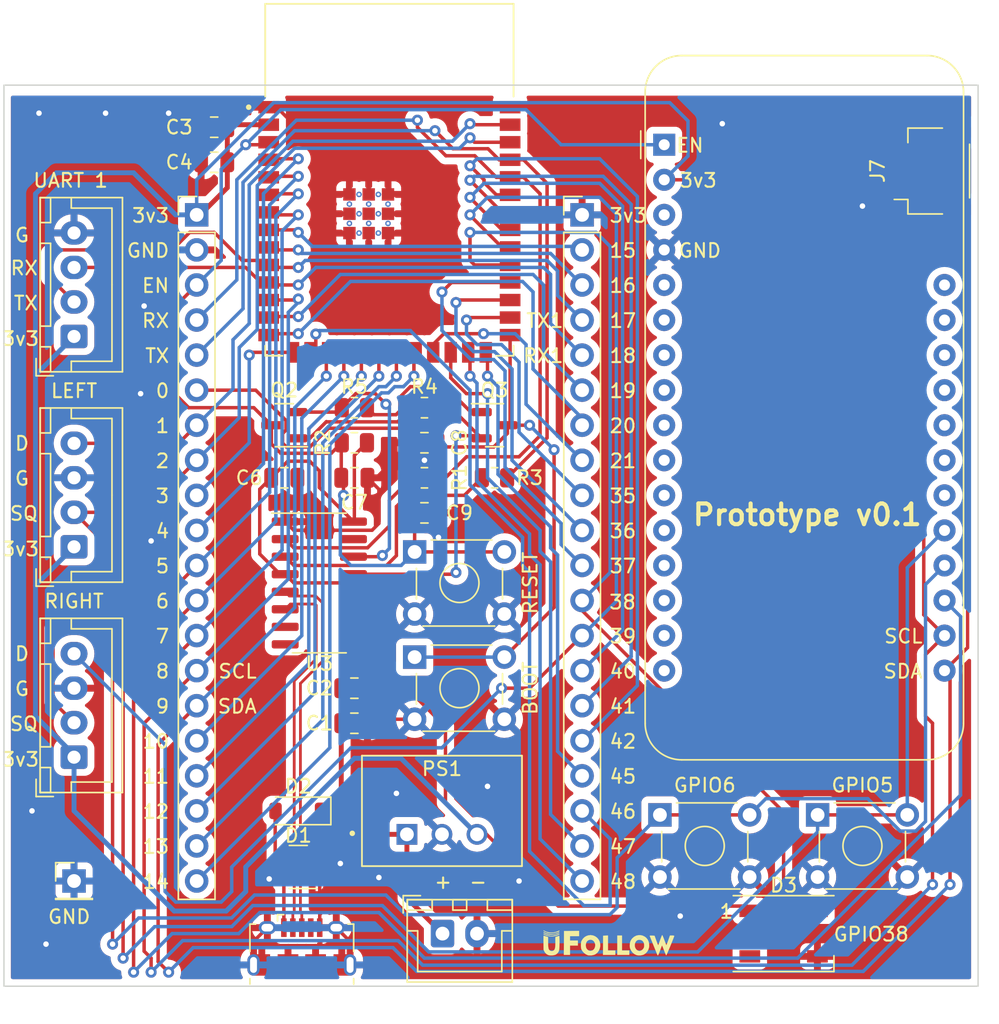
<source format=kicad_pcb>
(kicad_pcb (version 20221018) (generator pcbnew)
  (layers (0 "F.Cu" signal) (31 "B.Cu" signal) (34 "B.Paste" user) (35 "F.Paste" user) (36 "B.SilkS" user "B.Silkscreen") (37 "F.SilkS" user "F.Silkscreen") (38 "B.Mask" user) (39 "F.Mask" user) (44 "Edge.Cuts" user))
  (net 0 "")
  (net 1 "VCC")
  (net 2 "GND")
  (net 3 "+3.3V")
  (net 4 "/EN")
  (net 5 "/GPIO0")
  (net 6 "/usb/D+")
  (net 7 "/usb/D-")
  (net 8 "Net-(D1-VCC)")
  (net 9 "/GPIO2")
  (net 10 "/GPIO1")
  (net 11 "/GPIO39")
  (net 13 "/GPIO15")
  (net 14 "/GPIO16")
  (net 15 "/GPIO17{slash}TX1")
  (net 16 "/GPIO18{slash}RX1")
  (net 17 "/GPIO19")
  (net 18 "/GPIO20")
  (net 19 "/GPIO21")
  (net 20 "/GPIO35")
  (net 21 "/GPIO36")
  (net 22 "/GPIO37")
  (net 23 "/GPIO38")
  (net 24 "/GPIO40")
  (net 25 "/GPIO41")
  (net 26 "/GPIO42")
  (net 27 "/GPIO45")
  (net 28 "/GPIO46")
  (net 29 "/GPIO47")
  (net 30 "/GPIO48")
  (net 31 "/RX")
  (net 32 "/TX")
  (net 33 "/GPIO3")
  (net 34 "/GPIO4")
  (net 35 "/GPIO5")
  (net 36 "/GPIO6")
  (net 37 "/GPIO7")
  (net 38 "/GPIO8")
  (net 39 "/GPIO9")
  (net 40 "/GPIO10")
  (net 41 "/GPIO11")
  (net 42 "/GPIO12")
  (net 43 "/GPIO13")
  (net 44 "/GPIO14")
  (net 45 "Net-(Q2-B)")
  (net 46 "/usb/RTS")
  (net 47 "Net-(Q3-B)")
  (net 48 "/usb/DTR")
  (net 49 "Net-(U3-TXD)")
  (net 50 "Net-(U3-RXD)")
  (footprint "Resistor_SMD:R_0805_2012Metric" (layer "F.Cu") (at 104.14 57.15)
    (fp_text reference "R1")
    (fp_text value "2.4K")
  )
  (footprint "Capacitor_SMD:C_0805_2012Metric" (layer "F.Cu") (at 104.14 54.61 180)
    (fp_text reference "C8")
    (fp_text value ".1uF")
  )
  (footprint "Package_SO:SOIC-16_3.9x9.9mm_P1.27mm" (layer "F.Cu") (at 96.52 64.77)
    (fp_text reference "U3")
    (fp_text value "CH340C")
  )
  (footprint "Connector_JST:JST_XH_B4B-XH-A_1x04_P2.50mm_Vertical" (layer "F.Cu") (at 78.74 46.91 90)
    (fp_text reference "J11" hide)
    (fp_text value "Conn_01x04_Socket")
  )
  (footprint "Resistor_SMD:R_0805_2012Metric" (layer "F.Cu") (at 99.06 52.07)
    (fp_text reference "R5")
    (fp_text value "10K")
  )
  (footprint "Connector_JST:JST_XH_B4B-XH-A_1x04_P2.50mm_Vertical" (layer "F.Cu") (at 78.74 77.39 90)
    (fp_text reference "J2" hide)
    (fp_text value "Conn_01x04_Socket")
  )
  (footprint "Capacitor_SMD:C_0805_2012Metric" (layer "F.Cu") (at 88.9 31.75 180)
    (fp_text reference "C3")
    (fp_text value "10uF")
  )
  (footprint "Capacitor_SMD:C_0805_2012Metric" (layer "F.Cu") (at 99.06 72.39)
    (fp_text reference "C2")
    (fp_text value "22uF")
  )
  (footprint "Capacitor_SMD:C_0805_2012Metric" (layer "F.Cu") (at 99.06 57.15)
    (fp_text reference "C7")
    (fp_text value "1uF")
  )
  (footprint "uFinder:CONV_K7803M-1000R3" (layer "F.Cu") (at 105.41 81.28)
    (fp_text reference "PS1")
    (fp_text value "K7803M-1000R3")
  )
  (footprint "Connector_PinHeader_2.54mm:PinHeader_1x01_P2.54mm_Vertical" (layer "F.Cu") (at 78.74 86.36)
    (fp_text reference "TP1" hide)
    (fp_text value "TestPoint")
  )
  (footprint "Capacitor_SMD:C_0805_2012Metric" (layer "F.Cu") (at 104.14 59.69)
    (fp_text reference "C9")
    (fp_text value ".1uF")
  )
  (footprint "Button_Switch_THT:SW_TH_Tactile_Omron_B3F-10xx" (layer "F.Cu") (at 121.21 81.57)
    (fp_text reference "SW3" hide)
    (fp_text value "SW_Push")
  )
  (footprint "Capacitor_SMD:C_0805_2012Metric" (layer "F.Cu") (at 88.9 34.29 180)
    (fp_text reference "C4")
    (fp_text value ".1uF")
  )
  (footprint "Button_Switch_THT:SW_TH_Tactile_Omron_B3F-10xx" (layer "F.Cu") (at 132.64 81.57)
    (fp_text reference "SW4" hide)
    (fp_text value "SW_Push")
  )
  (footprint "Resistor_SMD:R_0805_2012Metric" (layer "F.Cu") (at 104.14 52.07 180)
    (fp_text reference "R4")
    (fp_text value "10K")
  )
  (footprint "uFinder:Adafruit_Feather" (layer "F.Cu") (at 121.5195 33.02)
    (fp_text reference "U2" hide)
    (fp_text value "~")
  )
  (footprint "Resistor_SMD:R_0805_2012Metric" (layer "F.Cu") (at 109.22 57.15)
    (fp_text reference "R3")
    (fp_text value "2.4K")
  )
  (footprint "Connector_JST:JST_XH_B2B-XH-A_1x02_P2.50mm_Vertical" (layer "F.Cu") (at 105.45 90.17)
    (fp_text reference "J3" hide)
    (fp_text value "Conn_01x02_Socket")
  )
  (footprint "Diode_SMD:D_SOD-123" (layer "F.Cu") (at 94.996 81.28 180)
    (fp_text reference "D2")
    (fp_text value "D")
  )
  (footprint "Connector_JST:JST_XH_B4B-XH-A_1x04_P2.50mm_Vertical" (layer "F.Cu") (at 78.74 62.15 90)
    (fp_text reference "J1" hide)
    (fp_text value "Conn_01x04_Socket")
  )
  (footprint "Connector_JST:JST_SH_SM04B-SRSS-TB_1x04-1MP_P1.00mm_Horizontal" (layer "F.Cu") (at 140.97 34.925 90)
    (fp_text reference "J7")
    (fp_text value "Conn_01x04_Socket")
  )
  (footprint "uFinder:uFollowLogo" (layer "F.Cu") (at 112.693205 89.854732)
    (fp_text reference "Logo1" hide)
    (fp_text value "~" hide)
  )
  (footprint "Package_TO_SOT_SMD:SOT-23" (layer "F.Cu") (at 93.98 53.34 180)
    (fp_text reference "Q2")
    (fp_text value "Q_NPN_BEC")
  )
  (footprint "Resistor_SMD:R_0805_2012Metric" (layer "F.Cu") (at 99.06 54.61)
    (fp_text reference "R2")
    (fp_text value "10K")
  )
  (footprint "Button_Switch_THT:SW_TH_Tactile_Omron_B3F-10xx" (layer "F.Cu") (at 103.43 70.14)
    (fp_text reference "SW2" hide)
    (fp_text value "SW_Push")
  )
  (footprint "uFinder:XCVR_ESP32-S3-WROOM-1-N4R2" (layer "F.Cu") (at 101.6 35.56)
    (fp_text reference "U1" hide)
    (fp_text value "ESP32-S3-WROOM-1-N4R2")
  )
  (footprint "Connector_PinHeader_2.54mm:PinHeader_1x20_P2.54mm_Vertical" (layer "F.Cu") (at 87.63 38.1)
    (fp_text reference "J6" hide)
    (fp_text value "Conn_01x20_Pin")
  )
  (footprint "Connector_PinHeader_2.54mm:PinHeader_1x20_P2.54mm_Vertical" (layer "F.Cu") (at 115.57 38.1)
    (fp_text reference "J5" hide)
    (fp_text value "Conn_01x20_Pin")
  )
  (footprint "Button_Switch_THT:SW_TH_Tactile_Omron_B3F-10xx" (layer "F.Cu") (at 103.43 62.52)
    (fp_text reference "SW1" hide)
    (fp_text value "SW_Push")
  )
  (footprint "Capacitor_SMD:C_0805_2012Metric" (layer "F.Cu") (at 99.06 74.93)
    (fp_text reference "C1")
    (fp_text value "10uF")
  )
  (footprint "Package_TO_SOT_SMD:SOT-143" (layer "F.Cu") (at 94.996 85.344 180)
    (fp_text reference "D1")
    (fp_text value "PRTR5V0U2X")
  )
  (footprint "LED_SMD:LED_WS2812B_PLCC4_5.0x5.0mm_P3.2mm" (layer "F.Cu") (at 130.175 90.17)
    (fp_text reference "D3")
    (fp_text value "WS2812B")
  )
  (footprint "Package_TO_SOT_SMD:SOT-23" (layer "F.Cu") (at 109.22 53.34)
    (fp_text reference "Q3")
    (fp_text value "Q_NPN_BEC")
  )
  (footprint "Connector_USB:USB_Micro-B_Amphenol_10118194_Horizontal" (layer "F.Cu") (at 95.25 91.14)
    (fp_text reference "J4" hide)
    (fp_text value "USB_B_Micro")
  )
  (footprint "Capacitor_SMD:C_0805_2012Metric" (layer "F.Cu") (at 93.98 57.15)
    (fp_text reference "C6")
    (fp_text value ".1uF")
  )
  (gr_rect (start 73.66 28.702) (end 144.272 93.98) (stroke (width 0.1)) (fill none) (layer "Edge.Cuts"))
  (gr_text "RIGHT" (at 78.74 66.675) (layer "F.SilkS") (effects (font (size 1 1)) (justify bottom)))
  (gr_text "3" (at 85.725 59.055) (layer "F.SilkS") (effects (font (size 1 1)) (justify right bottom)))
  (gr_text "19" (at 117.475 51.435) (layer "F.SilkS") (effects (font (size 1 1)) (justify left bottom)))
  (gr_text "4" (at 85.725 61.595) (layer "F.SilkS") (effects (font (size 1 1)) (justify right bottom)))
  (gr_text "1" (at 85.725 53.975) (layer "F.SilkS") (effects (font (size 1 1)) (justify right bottom)))
  (gr_text "35" (at 117.475 59.055) (layer "F.SilkS") (effects (font (size 1 1)) (justify left bottom)))
  (gr_text "SCL" (at 92.075 71.755) (layer "F.SilkS") (effects (font (size 1 1)) (justify right bottom)))
  (gr_text "5" (at 85.725 64.135) (layer "F.SilkS") (effects (font (size 1 1)) (justify right bottom)))
  (gr_text "0" (at 85.725 51.435) (layer "F.SilkS") (effects (font (size 1 1)) (justify right bottom)))
  (gr_text "48" (at 117.475 86.995) (layer "F.SilkS") (effects (font (size 1 1)) (justify left bottom)))
  (gr_text "EN" (at 124.46 33.655) (layer "F.SilkS") (effects (font (size 1 1)) (justify right bottom)))
  (gr_text "+" (at 104.775 86.995) (layer "F.SilkS") (effects (font (size 1 1)) (justify left bottom)))
  (gr_text "TX1" (at 114.3 46.355) (layer "F.SilkS") (effects (font (size 1 1)) (justify right bottom)))
  (gr_text "RX" (at 85.725 46.355) (layer "F.SilkS") (effects (font (size 1 1)) (justify right bottom)))
  (gr_text "GPIO6" (at 124.46 80.01) (layer "F.SilkS") (effects (font (size 1 1)) (justify bottom)))
  (gr_text "46" (at 117.475 81.915) (layer "F.SilkS") (effects (font (size 1 1)) (justify left bottom)))
  (gr_text "D" (at 75.565 55.245) (layer "F.SilkS") (effects (font (size 1 1)) (justify right bottom)))
  (gr_text "GND" (at 125.73 41.275) (layer "F.SilkS") (effects (font (size 1 1)) (justify right bottom)))
  (gr_text "13" (at 85.725 84.455) (layer "F.SilkS") (effects (font (size 1 1)) (justify right bottom)))
  (gr_text "RX1" (at 114.3 48.895) (layer "F.SilkS") (effects (font (size 1 1)) (justify right bottom)))
  (gr_text "9" (at 85.725 74.295) (layer "F.SilkS") (effects (font (size 1 1)) (justify right bottom)))
  (gr_text "SCL" (at 140.335 69.215) (layer "F.SilkS") (effects (font (size 1 1)) (justify right bottom)))
  (gr_text "SDA" (at 140.335 71.755) (layer "F.SilkS") (effects (font (size 1 1)) (justify right bottom)))
  (gr_text "21" (at 117.475 56.515) (layer "F.SilkS") (effects (font (size 1 1)) (justify left bottom)))
  (gr_text "11" (at 85.725 79.375) (layer "F.SilkS") (effects (font (size 1 1)) (justify right bottom)))
  (gr_text "37" (at 117.475 64.135) (layer "F.SilkS") (effects (font (size 1 1)) (justify left bottom)))
  (gr_text "42" (at 117.475 76.835) (layer "F.SilkS") (effects (font (size 1 1)) (justify left bottom)))
  (gr_text "SQ" (at 76.2 60.325) (layer "F.SilkS") (effects (font (size 1 1)) (justify right bottom)))
  (gr_text "6" (at 85.725 66.675) (layer "F.SilkS") (effects (font (size 1 1)) (justify right bottom)))
  (gr_text "3v3" (at 76.29 78.14) (layer "F.SilkS") (effects (font (size 1 1)) (justify right bottom)))
  (gr_text "D" (at 75.565 70.485) (layer "F.SilkS") (effects (font (size 1 1)) (justify right bottom)))
  (gr_text "16" (at 117.475 43.815) (layer "F.SilkS") (effects (font (size 1 1)) (justify left bottom)))
  (gr_text "G" (at 75.565 57.785) (layer "F.SilkS") (effects (font (size 1 1)) (justify right bottom)))
  (gr_text "G" (at 75.565 73.025) (layer "F.SilkS") (effects (font (size 1 1)) (justify right bottom)))
  (gr_text "TX" (at 85.725 48.895) (layer "F.SilkS") (effects (font (size 1 1)) (justify right bottom)))
  (gr_text "38" (at 117.45121 66.749369) (layer "F.SilkS") (effects (font (size 1 1)) (justify left bottom)))
  (gr_text "SQ" (at 76.2 75.565) (layer "F.SilkS") (effects (font (size 1 1)) (justify right bottom)))
  (gr_text "45" (at 117.475 79.375) (layer "F.SilkS") (effects (font (size 1 1)) (justify left bottom)))
  (gr_text "15" (at 117.475 41.275) (layer "F.SilkS") (effects (font (size 1 1)) (justify left bottom)))
  (gr_text "10" (at 85.725 76.835) (layer "F.SilkS") (effects (font (size 1 1)) (justify right bottom)))
  (gr_text "GPIO38" (at 136.525 90.805) (layer "F.SilkS") (effects (font (size 1 1)) (justify bottom)))
  (gr_text "RESET" (at 112.395 64.77 90) (layer "F.SilkS") (effects (font (size 1 1)) (justify bottom)))
  (gr_text "BOOT" (at 112.395 72.39 90) (layer "F.SilkS") (effects (font (size 1 1)) (justify bottom)))
  (gr_text "18" (at 117.475 48.895) (layer "F.SilkS") (effects (font (size 1 1)) (justify left bottom)))
  (gr_text "Prototype v0.1" (at 123.444 60.706) (layer "F.SilkS") (effects (font (size 1.5 1.5) (thickness 0.3) bold) (justify left bottom)))
  (gr_text "3v3" (at 76.29 62.9) (layer "F.SilkS") (effects (font (size 1 1)) (justify right bottom)))
  (gr_text "GPIO5" (at 135.89 80.01) (layer "F.SilkS") (effects (font (size 1 1)) (justify bottom)))
  (gr_text "7" (at 85.725 69.215) (layer "F.SilkS") (effects (font (size 1 1)) (justify right bottom)))
  (gr_text "20" (at 117.475 53.975) (layer "F.SilkS") (effects (font (size 1 1)) (justify left bottom)))
  (gr_text "47" (at 117.475 84.455) (layer "F.SilkS") (effects (font (size 1 1)) (justify left bottom)))
  (gr_text "17" (at 117.475 46.355) (layer "F.SilkS") (effects (font (size 1 1)) (justify left bottom)))
  (gr_text "8" (at 85.725 71.755) (layer "F.SilkS") (effects (font (size 1 1)) (justify right bottom)))
  (gr_text "GND" (at 80.01 89.535) (layer "F.SilkS") (effects (font (size 1 1)) (justify right bottom)))
  (gr_text "3v3" (at 76.29 47.66) (layer "F.SilkS") (effects (font (size 1 1)) (justify right bottom)))
  (gr_text "LEFT" (at 78.74 51.435) (layer "F.SilkS") (effects (font (size 1 1)) (justify bottom)))
  (gr_text "39" (at 117.475 69.215) (layer "F.SilkS") (effects (font (size 1 1)) (justify left bottom)))
  (gr_text "40" (at 117.475 71.755) (layer "F.SilkS") (effects (font (size 1 1)) (justify left bottom)))
  (gr_text "3v3" (at 122.555 36.195) (layer "F.SilkS") (effects (font (size 1 1)) (justify left bottom)))
  (gr_text "36" (at 117.475 61.595) (layer "F.SilkS") (effects (font (size 1 1)) (justify left bottom)))
  (gr_text "41" (at 117.475 74.295) (layer "F.SilkS") (effects (font (size 1 1)) (justify left bottom)))
  (gr_text "SDA" (at 92.075 74.295) (layer "F.SilkS") (effects (font (size 1 1)) (justify right bottom)))
  (gr_text "TX" (at 76.2 45.085) (layer "F.SilkS") (effects (font (size 1 1)) (justify right bottom)))
  (gr_text "-" (at 107.315 86.995) (layer "F.SilkS") (effects (font (size 1 1)) (justify left bottom)))
  (gr_text "3v3" (at 117.475 38.735) (layer "F.SilkS") (effects (font (size 1 1)) (justify left bottom)))
  (gr_text "UART 1" (at 81.28 36.195) (layer "F.SilkS") (effects (font (size 1 1)) (justify right bottom)))
  (gr_text "2" (at 85.725 56.515) (layer "F.SilkS") (effects (font (size 1 1)) (justify right bottom)))
  (gr_text "RX" (at 76.2 42.545) (layer "F.SilkS") (effects (font (size 1 1)) (justify right bottom)))
  (gr_text "G" (at 75.565 40.16) (layer "F.SilkS") (effects (font (size 1 1)) (justify right bottom)))
  (gr_text "EN" (at 85.725 43.815) (layer "F.SilkS") (effects (font (size 1 1)) (justify right bottom)))
  (gr_text "14" (at 85.725 86.995) (layer "F.SilkS") (effects (font (size 1 1)) (justify right bottom)))
  (gr_text "3v3" (at 85.725 38.735) (layer "F.SilkS") (effects (font (size 1 1)) (justify right bottom)))
  (gr_text "GND" (at 85.725 41.275) (layer "F.SilkS") (effects (font (size 1 1)) (justify right bottom)))
  (gr_text "12" (at 85.725 81.915) (layer "F.SilkS") (effects (font (size 1 1)) (justify right bottom)))
  (segment (start 98.11 79.816) (end 98.11 74.93) (width 0.3556) (layer "F.Cu") (net 1))
  (segment (start 96.646 81.28) (end 98.11 79.816) (width 0.3556) (layer "F.Cu") (net 1))
  (segment (start 102.87 87.59) (end 102.87 82.98) (width 0.3556) (layer "F.Cu") (net 1))
  (segment (start 102.87 82.98) (end 101.274 82.98) (width 0.3556) (layer "F.Cu") (net 1))
  (segment (start 101.274 82.98) (end 98.11 79.816) (width 0.3556) (layer "F.Cu") (net 1))
  (segment (start 105.45 90.17) (end 102.87 87.59) (width 0.3556) (layer "F.Cu") (net 1))
  (segment (start 136.93 36.425) (end 135.89 37.465) (width 0.25) (layer "F.Cu") (net 2))
  (segment (start 92.886689 87.533311) (end 92.886689 86.209289) (width 0.25) (layer "F.Cu") (net 2))
  (segment (start 132.625 91.82) (end 133.39 91.82) (width 0.25) (layer "F.Cu") (net 2))
  (segment (start 115.57 34.52) (end 113.042 31.992) (width 0.25) (layer "F.Cu") (net 2))
  (segment (start 100.01 72.39) (end 100.01 74.93) (width 0.25) (layer "F.Cu") (net 2))
  (segment (start 100.838 60.452) (end 100.34 60.95) (width 0.25) (layer "F.Cu") (net 2))
  (segment (start 125.73 31.496) (end 113.538 31.496) (width 0.25) (layer "F.Cu") (net 2))
  (segment (start 91.75 92.44) (end 91.75 90.74) (width 0.25) (layer "F.Cu") (net 2))
  (segment (start 100.838 57.978) (end 100.838 60.452) (width 0.25) (layer "F.Cu") (net 2))
  (segment (start 92.75 87.67) (end 92.886689 87.533311) (width 0.25) (layer "F.Cu") (net 2))
  (segment (start 138.97 36.425) (end 136.93 36.425) (width 0.25) (layer "F.Cu") (net 2))
  (segment (start 92.75 89.74) (end 92.75 87.67) (width 0.25) (layer "F.Cu") (net 2))
  (segment (start 113.042 31.992) (end 111.35 30.3) (width 0.25) (layer "F.Cu") (net 2))
  (segment (start 105.09 61.402) (end 105.156 61.468) (width 0.25) (layer "F.Cu") (net 2))
  (segment (start 96.55 89.74) (end 96.55 86.648) (width 0.25) (layer "F.Cu") (net 2))
  (segment (start 111.35 30.3) (end 110.35 30.3) (width 0.25) (layer "F.Cu") (net 2))
  (segment (start 100.3 74.64) (end 103.43 74.64) (width 0.25) (layer "F.Cu") (net 2))
  (segment (start 87.95 31.75) (end 87.95 34.29) (width 0.25) (layer "F.Cu") (net 2))
  (segment (start 92.85 30.3) (end 110.35 30.3) (width 0.25) (layer "F.Cu") (net 2))
  (segment (start 133.39 91.82) (end 139.14 86.07) (width 0.25) (layer "F.Cu") (net 2))
  (segment (start 105.09 59.69) (end 105.09 61.402) (width 0.25) (layer "F.Cu") (net 2))
  (segment (start 87.95 31.75) (end 89.4 30.3) (width 0.25) (layer "F.Cu") (net 2))
  (segment (start 96.55 86.648) (end 95.996 86.094) (width 0.25) (layer "F.Cu") (net 2))
  (segment (start 89.4 30.3) (end 92.85 30.3) (width 0.25) (layer "F.Cu") (net 2))
  (segment (start 94.93 59.44) (end 94.045 60.325) (width 0.25) (layer "F.Cu") (net 2))
  (segment (start 113.538 31.496) (end 113.042 31.992) (width 0.25) (layer "F.Cu") (net 2))
  (segment (start 94.67 60.95) (end 94.045 60.325) (width 0.25) (layer "F.Cu") (net 2))
  (segment (start 91.75 90.74) (end 92.75 89.74) (width 0.25) (layer "F.Cu") (net 2))
  (segment (start 100.01 57.15) (end 100.838 57.978) (width 0.25) (layer "F.Cu") (net 2))
  (segment (start 98.7 35.57) (end 93.43 30.3) (width 0.25) (layer "F.Cu") (net 2))
  (segment (start 98.7 36.62) (end 98.7 35.57) (width 0.25) (layer "F.Cu") (net 2))
  (segment (start 98.75 90.74) (end 97.75 89.74) (width 0.25) (layer "F.Cu") (net 2))
  (segment (start 100.01 57.15) (end 100.65 57.15) (width 0.25) (layer "F.Cu") (net 2))
  (segment (start 100.65 57.15) (end 103.19 54.61) (width 0.25) (layer "F.Cu") (net 2))
  (segment (start 115.57 38.1) (end 115.57 34.52) (width 0.25) (layer "F.Cu") (net 2))
  (segment (start 98.75 92.44) (end 98.75 90.74) (width 0.25) (layer "F.Cu") (net 2))
  (segment (start 91.75 92.44) (end 98.75 92.44) (width 0.25) (layer "F.Cu") (net 2))
  (segment (start 103.19 54.93) (end 104.14 55.88) (width 0.25) (layer "F.Cu") (net 2))
  (segment (start 100.34 60.95) (end 94.67 60.95) (width 0.25) (layer "F.Cu") (net 2))
  (segment (start 94.93 57.15) (end 94.93 59.44) (width 0.25) (layer "F.Cu") (net 2))
  (via (at 110.998 86.36) (size 0.8) (drill 0.4) (layers "F.Cu" "B.Cu") (net 2))
  (via (at 75.692 81.28) (size 0.8) (drill 0.4) (layers "F.Cu" "B.Cu") (net 2))
  (via (at 102.108 80.01) (size 0.8) (drill 0.4) (layers "F.Cu" "B.Cu") (net 2))
  (via (at 100.838 86.106) (size 0.8) (drill 0.4) (layers "F.Cu" "B.Cu") (net 2))
  (via (at 135.89 37.465) (size 0.8) (drill 0.4) (layers "F.Cu" "B.Cu") (net 2))
  (via (at 81.026 30.734) (size 0.8) (drill 0.4) (layers "F.Cu" "B.Cu") (net 2))
  (via (at 122.682 88.9) (size 0.8) (drill 0.4) (layers "F.Cu" "B.Cu") (net 2))
  (via (at 83.82 44.704) (size 0.8) (drill 0.4) (layers "F.Cu" "B.Cu") (net 2))
  (via (at 83.566 51.054) (size 0.8) (drill 0.4) (layers "F.Cu" "B.Cu") (net 2))
  (via (at 76.2 30.734) (size 0.8) (drill 0.4) (layers "F.Cu" "B.Cu") (net 2))
  (via (at 84.328 61.722) (size 0.8) (drill 0.4) (layers "F.Cu" "B.Cu") (net 2))
  (via (at 104.14 55.88) (size 0.8) (drill 0.4) (layers "F.Cu" "B.Cu") (net 2))
  (via (at 108.712 79.502) (size 0.8) (drill 0.4) (layers "F.Cu" "B.Cu") (net 2))
  (via (at 125.73 31.496) (size 0.8) (drill 0.4) (layers "F.Cu" "B.Cu") (net 2))
  (via (at 85.598 30.734) (size 0.8) (drill 0.4) (layers "F.Cu" "B.Cu") (net 2))
  (via (at 92.886689 86.209289) (size 0.8) (drill 0.4) (layers "F.Cu" "B.Cu") (net 2))
  (via (at 105.156 61.468) (size 0.8) (drill 0.4) (layers "F.Cu" "B.Cu") (net 2))
  (via (at 76.708 90.932) (size 0.8) (drill 0.4) (layers "F.Cu" "B.Cu") (net 2))
  (via (at 98.044 85.09) (size 0.8) (drill 0.4) (layers "F.Cu" "B.Cu") (net 2))
  (segment (start 135.89 37.465) (end 131.699 37.465) (width 0.25) (layer "B.Cu") (net 2))
  (segment (start 131.699 37.465) (end 125.73 31.496) (width 0.25) (layer "B.Cu") (net 2))
  (segment (start 93.668249 64.135) (end 92.202 62.668751) (width 0.25) (layer "F.Cu") (net 3))
  (segment (start 108.643305 82.98) (end 107.95 82.98) (width 0.25) (layer "F.Cu") (net 3))
  (segment (start 100.95 65.713249) (end 99.996751 64.76) (width 0.25) (layer "F.Cu") (net 3))
  (segment (start 99.06 60.26) (end 99.06 55.5225) (width 0.25) (layer "F.Cu") (net 3))
  (segment (start 138.97 35.425) (end 138.835 35.56) (width 0.25) (layer "F.Cu") (net 3))
  (segment (start 100.95 70.358) (end 100.95 65.713249) (width 0.25) (layer "F.Cu") (net 3))
  (segment (start 100.142 70.358) (end 100.95 70.358) (width 0.25) (layer "F.Cu") (net 3))
  (segment (start 127.38 88.175) (end 113.838305 88.175) (width 0.25) (layer "F.Cu") (net 3))
  (segment (start 105.664 80.694) (end 105.664 75.184) (width 0.25) (layer "F.Cu") (net 3))
  (segment (start 99.06 55.5225) (end 99.9725 54.61) (width 0.25) (layer "F.Cu") (net 3))
  (segment (start 89.85 34.29) (end 89.85 31.75) (width 0.3556) (layer "F.Cu") (net 3))
  (segment (start 89.85 34.29) (end 89.85 36.134) (width 0.3556) (layer "F.Cu") (net 3))
  (segment (start 138.835 35.56) (end 121.5195 35.56) (width 0.25) (layer "F.Cu") (net 3))
  (segment (start 89.85 36.134) (end 87.884 38.1) (width 0.3556) (layer "F.Cu") (net 3))
  (segment (start 92.202 57.978) (end 93.03 57.15) (width 0.25) (layer "F.Cu") (net 3))
  (segment (start 92.85 31.57) (end 90.03 31.57) (width 0.3556) (layer "F.Cu") (net 3))
  (segment (start 94.234 55.946) (end 95.824 55.946) (width 0.25) (layer "F.Cu") (net 3))
  (segment (start 105.664 75.184) (end 100.95 70.47) (width 0.25) (layer "F.Cu") (net 3))
  (segment (start 113.838305 88.175) (end 108.643305 82.98) (width 0.25) (layer "F.Cu") (net 3))
  (segment (start 107.95 82.98) (end 105.664 80.694) (width 0.25) (layer "F.Cu") (net 3))
  (segment (start 127.725 88.52) (end 127.38 88.175) (width 0.25) (layer "F.Cu") (net 3))
  (segment (start 94.67 64.76) (end 94.045 64.135) (width 0.25) (layer "F.Cu") (net 3))
  (segment (start 92.202 62.668751) (end 92.202 57.978) (width 0.25) (layer "F.Cu") (net 3))
  (segment (start 99.996751 64.76) (end 94.67 64.76) (width 0.25) (layer "F.Cu") (net 3))
  (segment (start 95.824 55.946) (end 96.52 56.642) (width 0.25) (layer "F.Cu") (net 3))
  (segment (start 96.52 57.85) (end 98.995 60.325) (width 0.25) (layer "F.Cu") (net 3))
  (segment (start 93.03 57.15) (end 94.234 55.946) (width 0.25) (layer "F.Cu") (net 3))
  (segment (start 96.52 56.642) (end 96.52 57.85) (width 0.25) (layer "F.Cu") (net 3))
  (segment (start 100.95 70.47) (end 100.95 70.358) (width 0.25) (layer "F.Cu") (net 3))
  (segment (start 98.11 72.39) (end 100.142 70.358) (width 0.25) (layer "F.Cu") (net 3))
  (segment (start 91.186 87.122) (end 91.186 85.344) (width 0.3556) (layer "B.Cu") (net 3))
  (segment (start 102.44 77.47) (end 107.95 82.98) (width 0.3556) (layer "B.Cu") (net 3))
  (segment (start 75.946 49.704) (end 78.74 46.91) (width 0.3556) (layer "B.Cu") (net 3))
  (segment (start 121.92 29.972) (end 93.208695 29.972) (width 0.25) (layer "B.Cu") (net 3))
  (segment (start 75.946 74.422) (end 75.946 64.944) (width 0.3556) (layer "B.Cu") (net 3))
  (segment (start 86.106 38.1) (end 87.63 38.1) (width 0.3556) (layer "B.Cu") (net 3))
  (segment (start 78.74 77.39) (end 78.74 81.28) (width 0.3556) (layer "B.Cu") (net 3))
  (segment (start 75.946 64.944) (end 78.74 62.15) (width 0.3556) (layer "B.Cu") (net 3))
  (segment (start 75.946 49.704) (end 75.946 36.576) (width 0.3556) (layer "B.Cu") (net 3))
  (segment (start 93.208695 29.972) (end 87.63 35.550695) (width 0.25) (layer "B.Cu") (net 3))
  (segment (start 123.24375 33.83575) (end 123.24375 31.29575) (width 0.25) (layer "B.Cu") (net 3))
  (segment (start 91.186 85.344) (end 99.06 77.47) (width 0.3556) (layer "B.Cu") (net 3))
  (segment (start 87.63 35.550695) (end 87.63 38.1) (width 0.25) (layer "B.Cu") (net 3))
  (segment (start 75.946 64.944) (end 75.946 49.704) (width 0.3556) (layer "B.Cu") (net 3))
  (segment (start 75.946 36.576) (end 77.47 35.052) (width 0.3556) (layer "B.Cu") (net 3))
  (segment (start 123.24375 31.29575) (end 121.92 29.972) (width 0.25) (layer "B.Cu") (net 3))
  (segment (start 83.058 35.052) (end 86.106 38.1) (width 0.3556) (layer "B.Cu") (net 3))
  (segment (start 85.9952 88.5352) (end 89.7728 88.5352) (width 0.3556) (layer "B.Cu") (net 3))
  (segment (start 77.47 35.052) (end 83.058 35.052) (width 0.3556) (layer "B.Cu") (net 3))
  (segment (start 121.5195 35.56) (end 123.24375 33.83575) (width 0.25) (layer "B.Cu") (net 3))
  (segment (start 78.74 81.28) (end 85.9952 88.5352) (width 0.3556) (layer "B.Cu") (net 3))
  (segment (start 75.946 74.422) (end 78.74 77.216) (width 0.3556) (layer "B.Cu") (net 3))
  (segment (start 99.06 77.47) (end 102.44 77.47) (width 0.3556) (layer "B.Cu") (net 3))
  (segment (start 89.7728 88.5352) (end 91.186 87.122) (width 0.3556) (layer "B.Cu") (net 3))
  (segment (start 98.2705 58.42) (end 98.2705 57.3105) (width 0.25) (layer "F.Cu") (net 4))
  (segment (start 103.43 62.52) (end 109.93 62.52) (width 0.25) (layer "F.Cu") (net 4))
  (segment (start 91.7725 52.07) (end 87.053149 52.07) (width 0.25) (layer "F.Cu") (net 4))
  (segment (start 93.0425 53.34) (end 91.7725 52.07) (width 0.25) (layer "F.Cu") (net 4))
  (segment (start 91.186 33.02) (end 92.67 33.02) (width 0.25) (layer "F.Cu") (net 4))
  (segment (start 93.0425 54.6885) (end 93.726 55.372) (width 0.25) (layer "F.Cu") (net 4))
  (segment (start 103.43 62.52) (end 103.43 59.93) (width 0.25) (layer "F.Cu") (net 4))
  (segment (start 98.11 57.15) (end 98.11 54.6475) (width 0.25) (layer "F.Cu") (net 4))
  (segment (start 93.726 55.372) (end 97.3855 55.372) (width 0.25) (layer "F.Cu") (net 4))
  (segment (start 93.0425 53.34) (end 93.0425 54.6885) (width 0.25) (layer "F.Cu") (net 4))
  (segment (start 86.106 44.704) (end 87.63 43.18) (width 0.25) (layer "F.Cu") (net 4))
  (segment (start 97.3855 55.372) (end 98.1475 54.61) (width 0.25) (layer "F.Cu") (net 4))
  (segment (start 87.053149 52.07) (end 86.106 51.122851) (width 0.25) (layer "F.Cu") (net 4))
  (segment (start 86.106 51.122851) (end 86.106 44.704) (width 0.25) (layer "F.Cu") (net 4))
  (via (at 98.2705 58.42) (size 0.8) (drill 0.4) (layers "F.Cu" "B.Cu") (net 4))
  (via (at 91.186 33.02) (size 0.8) (drill 0.4) (layers "F.Cu" "B.Cu") (net 4))
  (segment (start 89.408 34.798) (end 91.186 33.02) (width 0.25) (layer "B.Cu") (net 4))
  (segment (start 98.044 58.6465) (end 98.2705 58.42) (width 0.25) (layer "B.Cu") (net 4))
  (segment (start 98.806 63.5) (end 98.044 62.738) (width 0.25) (layer "B.Cu") (net 4))
  (segment (start 87.63 43.18) (end 89.408 41.402) (width 0.25) (layer "B.Cu") (net 4))
  (segment (start 93.726 30.48) (end 91.186 33.02) (width 0.25) (layer "B.Cu") (net 4))
  (segment (start 89.408 41.402) (end 89.408 34.798) (width 0.25) (layer "B.Cu") (net 4))
  (segment (start 102.45 63.5) (end 98.806 63.5) (width 0.25) (layer "B.Cu") (net 4))
  (segment (start 121.5195 33.02) (end 114.046 33.02) (width 0.25) (layer "B.Cu") (net 4))
  (segment (start 98.044 62.738) (end 98.044 58.6465) (width 0.25) (layer "B.Cu") (net 4))
  (segment (start 114.046 33.02) (end 111.506 30.48) (width 0.25) (layer "B.Cu") (net 4))
  (segment (start 111.506 30.48) (end 93.726 30.48) (width 0.25) (layer "B.Cu") (net 4))
  (segment (start 103.43 62.52) (end 102.45 63.5) (width 0.25) (layer "B.Cu") (net 4))
  (segment (start 110.35 53.1475) (end 110.35 46.81) (width 0.25) (layer "F.Cu") (net 5))
  (segment (start 113.538 66.532) (end 113.538 55.118) (width 0.25) (layer "F.Cu") (net 5))
  (segment (start 93.855 54.636751) (end 93.855 53.943249) (width 0.25) (layer "F.Cu") (net 5))
  (segment (start 109.93 70.14) (end 113.538 66.532) (width 0.25) (layer "F.Cu") (net 5))
  (segment (start 105.395 54.915) (end 109.169 54.915) (width 0.25) (layer "F.Cu") (net 5))
  (segment (start 111.76 53.34) (end 110.1575 53.34) (width 0.25) (layer "F.Cu") (net 5))
  (segment (start 110.1575 53.34) (end 110.35 53.1475) (width 0.25) (layer "F.Cu") (net 5))
  (segment (start 97.190396 53.56) (end 95.835396 54.915) (width 0.25) (layer "F.Cu") (net 5))
  (segment (start 105.09 54.61) (end 104.04 53.56) (width 0.25) (layer "F.Cu") (net 5))
  (segment (start 104.04 53.56) (end 97.190396 53.56) (width 0.25) (layer "F.Cu") (net 5))
  (segment (start 94.133249 54.915) (end 93.855 54.636751) (width 0.25) (layer "F.Cu") (net 5))
  (segment (start 110.1575 53.9265) (end 110.1575 53.34) (width 0.25) (layer "F.Cu") (net 5))
  (segment (start 94.105 52.993249) (end 91.911751 50.8) (width 0.25) (layer "F.Cu") (net 5))
  (segment (start 94.105 53.693249) (end 94.105 52.993249) (width 0.25) (layer "F.Cu") (net 5))
  (segment (start 91.911751 50.8) (end 87.63 50.8) (width 0.25) (layer "F.Cu") (net 5))
  (segment (start 109.169 54.915) (end 110.1575 53.9265) (width 0.25) (layer "F.Cu") (net 5))
  (segment (start 95.835396 54.915) (end 94.133249 54.915) (width 0.25) (layer "F.Cu") (net 5))
  (segment (start 93.855 53.943249) (end 94.105 53.693249) (width 0.25) (layer "F.Cu") (net 5))
  (via (at 111.76 53.34) (size 0.8) (drill 0.4) (layers "F.Cu" "B.Cu") (net 5))
  (via (at 113.538 55.118) (size 0.8) (drill 0.4) (layers "F.Cu" "B.Cu") (net 5))
  (segment (start 113.538 55.118) (end 111.76 53.34) (width 0.25) (layer "B.Cu") (net 5))
  (segment (start 103.43 70.14) (end 109.93 70.14) (width 0.25) (layer "B.Cu") (net 5))
  (segment (start 96.745 66.2008) (end 96.259193 65.714993) (width 0.2) (layer "F.Cu") (net 6))
  (segment (start 95.15 84.582) (end 95.15 72.0462) (width 0.2) (layer "F.Cu") (net 6))
  (segment (start 96.745 70.4512) (end 96.745 66.2008) (width 0.2) (layer "F.Cu") (net 6))
  (segment (start 95.25 89.74) (end 95.25 88.727499) (width 0.2) (layer "F.Cu") (net 6))
  (segment (start 95.15 88.627499) (end 95.15 84.582) (width 0.2) (layer "F.Cu") (net 6))
  (segment (start 95.25 88.727499) (end 95.15 88.627499) (width 0.2) (layer "F.Cu") (net 6))
  (segment (start 94.354993 65.714993) (end 94.045 65.405) (width 0.2) (layer "F.Cu") (net 6))
  (segment (start 95.15 84.582) (end 95.808 84.582) (width 0.2) (layer "F.Cu") (net 6))
  (segment (start 96.259193 65.714993) (end 94.354993 65.714993) (width 0.2) (layer "F.Cu") (net 6))
  (segment (start 95.15 72.0462) (end 96.745 70.4512) (width 0.2) (layer "F.Cu") (net 6))
  (segment (start 94.426 66.294) (end 94.045 66.675) (width 0.2) (layer "F.Cu") (net 7))
  (segment (start 96.2018 66.294) (end 94.426 66.294) (width 0.2) (layer "F.Cu") (net 7))
  (segment (start 94.6 88.727499) (end 94.7 88.627499) (width 0.2) (layer "F.Cu") (net 7))
  (segment (start 94.7 84.582) (end 94.7 71.8598) (width 0.2) (layer "F.Cu") (net 7))
  (segment (start 96.295 70.2648) (end 96.295 66.3872) (width 0.2) (layer "F.Cu") (net 7))
  (segment (start 94.7 71.8598) (end 96.295 70.2648) (width 0.2) (layer "F.Cu") (net 7))
  (segment (start 96.295 66.3872) (end 96.2018 66.294) (width 0.2) (layer "F.Cu") (net 7))
  (segment (start 94.7 88.627499) (end 94.7 84.582) (width 0.2) (layer "F.Cu") (net 7))
  (segment (start 94.6 89.74) (end 94.6 88.727499) (width 0.2) (layer "F.Cu") (net 7))
  (segment (start 94.7 84.582) (end 94.184 84.582) (width 0.2) (layer "F.Cu") (net 7))
  (segment (start 93.996 86.294) (end 93.321 85.619) (width 0.25) (layer "F.Cu") (net 8))
  (segment (start 93.95 89.74) (end 93.95 86.34) (width 0.25) (layer "F.Cu") (net 8))
  (segment (start 93.321 85.619) (end 93.321 81.305) (width 0.25) (layer "F.Cu") (net 8))
  (segment (start 107.446299 32.516299) (end 107.77 32.84) (width 0.25) (layer "F.Cu") (net 9))
  (segment (start 78.74 59.65) (end 83.86 59.65) (width 0.25) (layer "F.Cu") (net 9))
  (segment (start 81.026 64.262) (end 77.216 68.072) (width 0.25) (layer "F.Cu") (net 9))
  (segment (start 77.216 73.366) (end 78.74 74.89) (width 0.25) (layer "F.Cu") (net 9))
  (segment (start 83.86 59.65) (end 87.63 55.88) (width 0.25) (layer "F.Cu") (net 9))
  (segment (start 107.77 32.84) (end 110.35 32.84) (width 0.25) (layer "F.Cu") (net 9))
  (segment (start 78.74 59.65) (end 81.026 61.936) (width 0.25) (layer "F.Cu") (net 9))
  (segment (start 77.216 68.072) (end 77.216 73.366) (width 0.25) (layer "F.Cu") (net 9))
  (segment (start 81.026 61.936) (end 81.026 64.262) (width 0.25) (layer "F.Cu") (net 9))
  (via (at 107.446299 32.516299) (size 0.8) (drill 0.4) (layers "F.Cu" "B.Cu") (net 9))
  (segment (start 92.021 35.985695) (end 92.021 46.409) (width 0.25) (layer "B.Cu") (net 9))
  (segment (start 90.715 47.715) (end 90.715 52.795) (width 0.25) (layer "B.Cu") (net 9))
  (segment (start 90.715 52.795) (end 87.63 55.88) (width 0.25) (layer "B.Cu") (net 9))
  (segment (start 94.732695 33.274) (end 92.021 35.985695) (width 0.25) (layer "B.Cu") (net 9))
  (segment (start 106.688598 33.274) (end 94.732695 33.274) (width 0.25) (layer "B.Cu") (net 9))
  (segment (start 92.021 46.409) (end 90.715 47.715) (width 0.25) (layer "B.Cu") (net 9))
  (segment (start 107.446299 32.516299) (end 106.688598 33.274) (width 0.25) (layer "B.Cu") (net 9))
  (segment (start 86.32 54.65) (end 87.63 53.34) (width 0.25) (layer "F.Cu") (net 10))
  (segment (start 107.442 31.496) (end 107.516 31.57) (width 0.25) (layer "F.Cu") (net 10))
  (segment (start 78.74 54.65) (end 86.32 54.65) (width 0.25) (layer "F.Cu") (net 10))
  (segment (start 107.516 31.57) (end 110.35 31.57) (width 0.25) (layer "F.Cu") (net 10))
  (via (at 107.442 31.496) (size 0.8) (drill 0.4) (layers "F.Cu" "B.Cu") (net 10))
  (segment (start 90.265 50.705) (end 90.265 47.149) (width 0.25) (layer "B.Cu") (net 10))
  (segment (start 90.265 47.149) (end 91.44 45.974) (width 0.25) (layer "B.Cu") (net 10))
  (segment (start 91.44 35.930298) (end 94.604298 32.766) (width 0.25) (layer "B.Cu") (net 10))
  (segment (start 87.63 53.34) (end 90.265 50.705) (width 0.25) (layer "B.Cu") (net 10))
  (segment (start 94.604298 32.766) (end 106.172 32.766) (width 0.25) (layer "B.Cu") (net 10))
  (segment (start 91.44 45.974) (end 91.44 35.930298) (width 0.25) (layer "B.Cu") (net 10))
  (segment (start 106.172 32.766) (end 107.442 31.496) (width 0.25) (layer "B.Cu") (net 10))
  (segment (start 109.728 72.39) (end 111.76 72.39) (width 0.25) (layer "F.Cu") (net 11))
  (segment (start 107.442 38.132) (end 109.77 40.46) (width 0.25) (layer "F.Cu") (net 11))
  (segment (start 107.442 38.1) (end 107.442 38.132) (width 0.25) (layer "F.Cu") (net 11))
  (segment (start 111.76 72.39) (end 115.57 68.58) (width 0.25) (layer "F.Cu") (net 11))
  (via (at 107.442 38.1) (size 0.8) (drill 0.4) (layers "F.Cu" "B.Cu") (net 11))
  (via (at 109.728 72.39) (size 0.8) (drill 0.4) (layers "F.Cu" "B.Cu") (net 11))
  (segment (start 105.41 76.708) (end 109.728 72.39) (width 0.25) (layer "B.Cu") (net 11))
  (segment (start 78.74 69.89) (end 85.344 76.494) (width 0.25) (layer "B.Cu") (net 11))
  (segment (start 90.17 87.122) (end 90.17 85.344) (width 0.25) (layer "B.Cu") (net 11))
  (segment (start 90.17 85.344) (end 98.806 76.708) (width 0.25) (layer "B.Cu") (net 11))
  (segment (start 89.408 87.884) (end 90.17 87.122) (width 0.25) (layer "B.Cu") (net 11))
  (segment (start 85.344 87.122) (end 86.106 87.884) (width 0.25) (layer "B.Cu") (net 11))
  (segment (start 86.106 87.884) (end 89.408 87.884) (width 0.25) (layer "B.Cu") (net 11))
  (segment (start 115.57 68.58) (end 118.052 66.098) (width 0.25) (layer "B.Cu") (net 11))
  (segment (start 118.052 38.042) (end 116.84 36.83) (width 0.25) (layer "B.Cu") (net 11))
  (segment (start 108.712 36.83) (end 107.442 38.1) (width 0.25) (layer "B.Cu") (net 11))
  (segment (start 116.84 36.83) (end 108.712 36.83) (width 0.25) (layer "B.Cu") (net 11))
  (segment (start 98.806 76.708) (end 105.41 76.708) (width 0.25) (layer "B.Cu") (net 11))
  (segment (start 85.344 76.494) (end 85.344 87.122) (width 0.25) (layer "B.Cu") (net 11))
  (segment (start 118.052 66.098) (end 118.052 38.042) (width 0.25) (layer "B.Cu") (net 11))
  (segment (start 92.85 39.19) (end 94.816 39.19) (width 0.25) (layer "F.Cu") (net 13))
  (segment (start 94.816 39.19) (end 94.996 39.37) (width 0.25) (layer "F.Cu") (net 13))
  (via (at 94.996 39.37) (size 0.8) (drill 0.4) (layers "F.Cu" "B.Cu") (net 13))
  (segment (start 96.012 40.386) (end 94.996 39.37) (width 0.25) (layer "B.Cu") (net 13))
  (segment (start 115.316 40.386) (end 96.012 40.386) (width 0.25) (layer "B.Cu") (net 13))
  (segment (start 94.996 40.64) (end 93.03 40.64) (width 0.25) (layer "F.Cu") (net 14))
  (via (at 94.996 40.64) (size 0.8) (drill 0.4) (layers "F.Cu" "B.Cu") (net 14))
  (segment (start 95.25 40.894) (end 94.996 40.64) (width 0.25) (layer "B.Cu") (net 14))
  (segment (start 113.284 40.894) (end 95.25 40.894) (width 0.25) (layer "B.Cu") (net 14))
  (segment (start 115.57 43.18) (end 113.284 40.894) (width 0.25) (layer "B.Cu") (net 14))
  (segment (start 90.932 41.402) (end 92.522 41.402) (width 0.25) (layer "F.Cu") (net 15))
  (segment (start 87.122 39.37) (end 88.9 39.37) (width 0.25) (layer "F.Cu") (net 15))
  (segment (start 85.852 40.64) (end 87.122 39.37) (width 0.25) (layer "F.Cu") (net 15))
  (segment (start 76.962 40.894) (end 77.216 40.64) (width 0.25) (layer "F.Cu") (net 15))
  (segment (start 76.962 42.632) (end 76.962 40.894) (width 0.25) (layer "F.Cu") (net 15))
  (segment (start 94.996 41.91) (end 93.03 41.91) (width 0.25) (layer "F.Cu") (net 15))
  (segment (start 88.9 39.37) (end 90.932 41.402) (width 0.25) (layer "F.Cu") (net 15))
  (segment (start 92.522 41.402) (end 92.85 41.73) (width 0.25) (layer "F.Cu") (net 15))
  (segment (start 78.74 44.41) (end 76.962 42.632) (width 0.25) (layer "F.Cu") (net 15))
  (segment (start 77.216 40.64) (end 85.852 40.64) (width 0.25) (layer "F.Cu") (net 15))
  (via (at 94.996 41.91) (size 0.8) (drill 0.4) (layers "F.Cu" "B.Cu") (net 15))
  (segment (start 113.792 42.164) (end 113.03 41.402) (width 0.25) (layer "B.Cu") (net 15))
  (segment (start 113.792 43.942) (end 113.792 42.164) (width 0.25) (layer "B.Cu") (net 15))
  (segment (start 113.03 41.402) (end 95.504 41.402) (width 0.25) (layer "B.Cu") (net 15))
  (segment (start 95.504 41.402) (end 94.996 41.91) (width 0.25) (layer "B.Cu") (net 15))
  (segment (start 115.57 45.72) (end 113.792 43.942) (width 0.25) (layer "B.Cu") (net 15))
  (segment (start 78.74 41.91) (end 91.18 41.91) (width 0.25) (layer "F.Cu") (net 16))
  (segment (start 94.996 43.18) (end 93.03 43.18) (width 0.25) (layer "F.Cu") (net 16))
  (segment (start 91.18 41.91) (end 92.27 43) (width 0.25) (layer "F.Cu") (net 16))
  (via (at 94.996 43.18) (size 0.8) (drill 0.4) (layers "F.Cu" "B.Cu") (net 16))
  (segment (start 113.284 45.974) (end 113.284 42.418) (width 0.25) (layer "B.Cu") (net 16))
  (segment (start 113.284 42.418) (end 112.776 41.91) (width 0.25) (layer "B.Cu") (net 16))
  (segment (start 115.57 48.26) (end 113.284 45.974) (width 0.25) (layer "B.Cu") (net 16))
  (segment (start 112.776 41.91) (end 96.266 41.91) (width 0.25) (layer "B.Cu") (net 16))
  (segment (start 96.266 41.91) (end 94.996 43.18) (width 0.25) (layer "B.Cu") (net 16))
  (segment (start 94.996 45.466) (end 92.924 45.466) (width 0.25) (layer "F.Cu") (net 17))
  (via (at 94.996 45.466) (size 0.8) (drill 0.4) (layers "F.Cu" "B.Cu") (net 17))
  (segment (start 115.57 50.8) (end 112.776 48.006) (width 0.25) (layer "B.Cu") (net 17))
  (segment (start 112.776 43.18) (end 112.014 42.418) (width 0.25) (layer "B.Cu") (net 17))
  (segment (start 98.044 42.418) (end 94.996 45.466) (width 0.25) (layer "B.Cu") (net 17))
  (segment (start 112.776 48.006) (end 112.776 43.18) (width 0.25) (layer "B.Cu") (net 17))
  (segment (start 112.014 42.418) (end 98.044 42.418) (width 0.25) (layer "B.Cu") (net 17))
  (segment (start 94.996 46.710498) (end 92.949502 46.710498) (width 0.25) (layer "F.Cu") (net 18))
  (via (at 94.996 46.710498) (size 0.8) (drill 0.4) (layers "F.Cu" "B.Cu") (net 18))
  (segment (start 112.014 49.276) (end 112.014 43.688) (width 0.25) (layer "B.Cu") (net 18))
  (segment (start 111.252 42.926) (end 98.780498 42.926) (width 0.25) (layer "B.Cu") (net 18))
  (segment (start 112.014 43.688) (end 111.252 42.926) (width 0.25) (layer "B.Cu") (net 18))
  (segment (start 98.780498 42.926) (end 94.996 46.710498) (width 0.25) (layer "B.Cu") (net 18))
  (segment (start 115.57 52.832) (end 112.014 49.276) (width 0.25) (layer "B.Cu") (net 18))
  (segment (start 105.5445 46.7105) (end 104.775 47.48) (width 0.25) (layer "F.Cu") (net 19))
  (segment (start 108.423902 46.7105) (end 105.5445 46.7105) (width 0.25) (layer "F.Cu") (net 19))
  (via (at 108.423902 46.7105) (size 0.8) (drill 0.4) (layers "F.Cu" "B.Cu") (net 19))
  (segment (start 111.506 51.816) (end 115.57 55.88) (width 0.25) (layer "B.Cu") (net 19))
  (segment (start 110.7185 46.7105) (end 108.423902 46.7105) (width 0.25) (layer "B.Cu") (net 19))
  (segment (start 111.506 47.498) (end 110.7185 46.7105) (width 0.25) (layer "B.Cu") (net 19))
  (segment (start 111.506 51.816) (end 111.506 47.498) (width 0.25) (layer "B.Cu") (net 19))
  (segment (start 107.368 45.54) (end 110.35 45.54) (width 0.25) (layer "F.Cu") (net 20))
  (segment (start 107.188 45.72) (end 107.368 45.54) (width 0.25) (layer "F.Cu") (net 20))
  (via (at 107.188 45.72) (size 0.8) (drill 0.4) (layers "F.Cu" "B.Cu") (net 20))
  (segment (start 115.57 58.42) (end 110.998 53.848) (width 0.25) (layer "B.Cu") (net 20))
  (segment (start 107.95 47.498) (end 107.188 46.736) (width 0.25) (layer "B.Cu") (net 20))
  (segment (start 107.188 46.736) (end 107.188 45.72) (width 0.25) (layer "B.Cu") (net 20))
  (segment (start 110.998 53.848) (end 110.998 48.768) (width 0.25) (layer "B.Cu") (net 20))
  (segment (start 109.728 47.498) (end 107.95 47.498) (width 0.25) (layer "B.Cu") (net 20))
  (segment (start 110.998 48.768) (end 109.728 47.498) (width 0.25) (layer "B.Cu") (net 20))
  (segment (start 106.426 44.45) (end 106.606 44.27) (width 0.25) (layer "F.Cu") (net 21))
  (segment (start 106.606 44.27) (end 110.35 44.27) (width 0.25) (layer "F.Cu") (net 21))
  (via (at 106.426 44.45) (size 0.8) (drill 0.4) (layers "F.Cu" "B.Cu") (net 21))
  (segment (start 110.49 49.276) (end 109.22 48.006) (width 0.25) (layer "B.Cu") (net 21))
  (segment (start 115.57 60.96) (end 110.49 55.88) (width 0.25) (layer "B.Cu") (net 21))
  (segment (start 110.49 55.88) (end 110.49 49.276) (width 0.25) (layer "B.Cu") (net 21))
  (segment (start 106.426 46.736) (end 106.426 44.45) (width 0.25) (layer "B.Cu") (net 21))
  (segment (start 109.22 48.006) (end 107.696 48.006) (width 0.25) (layer "B.Cu") (net 21))
  (segment (start 107.696 48.006) (end 106.426 46.736) (width 0.25) (layer "B.Cu") (net 21))
  (segment (start 105.41 43.688) (end 106.098 43) (width 0.25) (layer "F.Cu") (net 22))
  (segment (start 106.098 43) (end 110.35 43) (width 0.25) (layer "F.Cu") (net 22))
  (via (at 105.41 43.688) (size 0.8) (drill 0.4) (layers "F.Cu" "B.Cu") (net 22))
  (segment (start 114.046 61.976) (end 114.046 60.452) (width 0.25) (layer "B.Cu") (net 22))
  (segment (start 105.41 46.482) (end 105.41 43.688) (width 0.25) (layer "B.Cu") (net 22))
  (segment (start 115.57 63.5) (end 114.046 61.976) (width 0.25) (layer "B.Cu") (net 22))
  (segment (start 109.155802 48.578198) (end 107.506198 48.578198) (width 0.25) (layer "B.Cu") (net 22))
  (segment (start 107.506198 48.578198) (end 105.41 46.482) (width 0.25) (layer "B.Cu") (net 22))
  (segment (start 114.046 60.452) (end 109.982 56.388) (width 0.25) (layer "B.Cu") (net 22))
  (segment (start 109.982 49.404396) (end 109.155802 48.578198) (width 0.25) (layer "B.Cu") (net 22))
  (segment (start 109.982 56.388) (end 109.982 49.404396) (width 0.25) (layer "B.Cu") (net 22))
  (segment (start 130.175 86.995) (end 131.7 88.52) (width 0.25) (layer "F.Cu") (net 23))
  (segment (start 107.77 41.73) (end 110.35 41.73) (width 0.25) (layer "F.Cu") (net 23))
  (segment (start 130.175 81.366491) (end 130.175 86.995) (width 0.25) (layer "F.Cu") (net 23))
  (segment (start 115.57 66.761491) (end 130.175 81.366491) (width 0.25) (layer "F.Cu") (net 23))
  (segment (start 107.442 39.37) (end 107.442 41.402) (width 0.25) (layer "F.Cu") (net 23))
  (segment (start 131.7 88.52) (end 132.625 88.52) (width 0.25) (layer "F.Cu") (net 23))
  (segment (start 115.57 66.04) (end 115.57 66.761491) (width 0.25) (layer "F.Cu") (net 23))
  (segment (start 107.442 41.402) (end 107.77 41.73) (width 0.25) (layer "F.Cu") (net 23))
  (via (at 107.442 39.37) (size 0.8) (drill 0.4) (layers "F.Cu" "B.Cu") (net 23))
  (segment (start 116.586 39.37) (end 107.442 39.37) (width 0.25) (layer "B.Cu") (net 23))
  (segment (start 117.602 64.008) (end 117.602 40.386) (width 0.25) (layer "B.Cu") (net 23))
  (segment (start 115.57 66.04) (end 117.602 64.008) (width 0.25) (layer "B.Cu") (net 23))
  (segment (start 117.602 40.386) (end 116.586 39.37) (width 0.25) (layer "B.Cu") (net 23))
  (segment (start 107.442 36.862) (end 109.77 39.19) (width 0.25) (layer "F.Cu") (net 24))
  (segment (start 107.442 36.83) (end 107.442 36.862) (width 0.25) (layer "F.Cu") (net 24))
  (via (at 107.442 36.83) (size 0.8) (drill 0.4) (layers "F.Cu" "B.Cu") (net 24))
  (segment (start 118.502 68.188) (end 118.502 37.476) (width 0.25) (layer "B.Cu") (net 24))
  (segment (start 108.458 35.814) (end 107.442 36.83) (width 0.25) (layer "B.Cu") (net 24))
  (segment (start 115.57 71.12) (end 118.502 68.188) (width 0.25) (layer "B.Cu") (net 24))
  (segment (start 116.84 35.814) (end 108.458 35.814) (width 0.25) (layer "B.Cu") (net 24))
  (segment (start 118.502 37.476) (end 116.84 35.814) (width 0.25) (layer "B.Cu") (net 24))
  (segment (start 107.442 35.592) (end 109.77 37.92) (width 0.25) (layer "F.Cu") (net 25))
  (via (at 107.442 35.592) (size 0.8) (drill 0.4) (layers "F.Cu" "B.Cu") (net 25))
  (segment (start 119.126 70.104) (end 115.57 73.66) (width 0.25) (layer "B.Cu") (net 25))
  (segment (start 107.728 35.306) (end 117.094 35.306) (width 0.25) (layer "B.Cu") (net 25))
  (segment (start 107.442 35.592) (end 107.728 35.306) (width 0.25) (layer "B.Cu") (net 25))
  (segment (start 117.094 35.306) (end 119.126 37.338) (width 0.25) (layer "B.Cu") (net 25))
  (segment (start 119.126 37.338) (end 119.126 70.104) (width 0.25) (layer "B.Cu") (net 25))
  (segment (start 108.458 35.56) (end 108.458 35.758) (width 0.25) (layer "F.Cu") (net 26))
  (segment (start 107.442 34.544) (end 108.458 35.56) (width 0.25) (layer "F.Cu") (net 26))
  (segment (start 109.35 36.65) (end 110.35 36.65) (width 0.25) (layer "F.Cu") (net 26))
  (segment (start 108.458 35.758) (end 109.35 36.65) (width 0.25) (layer "F.Cu") (net 26))
  (via (at 107.442 34.544) (size 0.8) (drill 0.4) (layers "F.Cu" "B.Cu") (net 26))
  (segment (start 107.442 34.544) (end 107.95 34.036) (width 0.25) (layer "B.Cu") (net 26))
  (segment (start 107.95 34.036) (end 116.84 34.036) (width 0.25) (layer "B.Cu") (net 26))
  (segment (start 119.576 72.194) (end 115.57 76.2) (width 0.25) (layer "B.Cu") (net 26))
  (segment (start 119.576 36.772) (end 119.576 72.194) (width 0.25) (layer "B.Cu") (net 26))
  (segment (start 116.84 34.036) (end 119.576 36.772) (width 0.25) (layer "B.Cu") (net 26))
  (segment (start 108.712 49.784) (end 108.712 48.187) (width 0.25) (layer "F.Cu") (net 27))
  (via (at 108.712 49.784) (size 0.8) (drill 0.4) (layers "F.Cu" "B.Cu") (net 27))
  (segment (start 115.57 78.74) (end 113.792 76.962) (width 0.25) (layer "B.Cu") (net 27))
  (segment (start 109.474 56.896) (end 109.474 50.546) (width 0.25) (layer "B.Cu") (net 27))
  (segment (start 113.792 76.962) (end 113.792 62.738) (width 0.25) (layer "B.Cu") (net 27))
  (segment (start 113.284 60.706) (end 109.474 56.896) (width 0.25) (layer "B.Cu") (net 27))
  (segment (start 109.474 50.546) (end 108.712 49.784) (width 0.25) (layer "B.Cu") (net 27))
  (segment (start 113.792 62.738) (end 113.284 62.23) (width 0.25) (layer "B.Cu") (net 27))
  (segment (start 113.284 62.23) (end 113.284 60.706) (width 0.25) (layer "B.Cu") (net 27))
  (segment (start 96.266 46.736) (end 96.266 47.679) (width 0.25) (layer "F.Cu") (net 28))
  (segment (start 96.266 47.679) (end 95.885 48.06) (width 0.25) (layer "F.Cu") (net 28))
  (via (at 96.266 46.736) (size 0.8) (drill 0.4) (layers "F.Cu" "B.Cu") (net 28))
  (segment (start 103.124 46.482) (end 96.52 46.482) (width 0.25) (layer "B.Cu") (net 28))
  (segment (start 111.252 63.5) (end 111.252 61.468) (width 0.25) (layer "B.Cu") (net 28))
  (segment (start 111.252 61.468) (end 107.442 57.658) (width 0.25) (layer "B.Cu") (net 28))
  (segment (start 111.76 84.211701) (end 111.76 64.008) (width 0.25) (layer "B.Cu") (net 28))
  (segment (start 96.52 46.482) (end 96.266 46.736) (width 0.25) (layer "B.Cu") (net 28))
  (segment (start 107.432695 50.8) (end 103.124 46.491305) (width 0.25) (layer "B.Cu") (net 28))
  (segment (start 111.76 64.008) (end 111.252 63.5) (width 0.25) (layer "B.Cu") (net 28))
  (segment (start 117.602 88.138) (end 115.686299 88.138) (width 0.25) (layer "B.Cu") (net 28))
  (segment (start 115.686299 88.138) (end 111.76 84.211701) (width 0.25) (layer "B.Cu") (net 28))
  (segment (start 107.442 57.658) (end 107.442 50.8) (width 0.25) (layer "B.Cu") (net 28))
  (segment (start 115.57 81.28) (end 117.602 83.312) (width 0.25) (layer "B.Cu") (net 28))
  (segment (start 107.442 50.8) (end 107.432695 50.8) (width 0.25) (layer "B.Cu") (net 28))
  (segment (start 103.124 46.491305) (end 103.124 46.482) (width 0.25) (layer "B.Cu") (net 28))
  (segment (start 117.602 83.312) (end 117.602 88.138) (width 0.25) (layer "B.Cu") (net 28))
  (segment (start 106.045 49.911) (end 106.045 48.06) (width 0.25) (layer "F.Cu") (net 29))
  (segment (start 108.712 51.054) (end 107.188 51.054) (width 0.25) (layer "F.Cu") (net 29))
  (segment (start 107.188 51.054) (end 106.045 49.911) (width 0.25) (layer "F.Cu") (net 29))
  (via (at 108.712 51.054) (size 0.8) (drill 0.4) (layers "F.Cu" "B.Cu") (net 29))
  (segment (start 112.522 62.484) (end 112.522 60.96) (width 0.25) (layer "B.Cu") (net 29))
  (segment (start 108.712 57.15) (end 108.712 51.054) (width 0.25) (layer "B.Cu") (net 29))
  (segment (start 112.522 60.96) (end 108.712 57.15) (width 0.25) (layer "B.Cu") (net 29))
  (segment (start 115.57 83.82) (end 113.284 81.534) (width 0.25) (layer "B.Cu") (net 29))
  (segment (start 113.284 63.246) (end 112.522 62.484) (width 0.25) (layer "B.Cu") (net 29))
  (segment (start 113.284 81.534) (end 113.284 63.246) (width 0.25) (layer "B.Cu") (net 29))
  (segment (start 107.442 49.784) (end 107.442 48.187) (width 0.25) (layer "F.Cu") (net 30))
  (via (at 107.442 49.784) (size 0.8) (drill 0.4) (layers "F.Cu" "B.Cu") (net 30))
  (segment (start 112.522 63.450299) (end 111.76 62.688298) (width 0.25) (layer "B.Cu") (net 30))
  (segment (start 112.522 83.312) (end 112.522 63.450299) (width 0.25) (layer "B.Cu") (net 30))
  (segment (start 111.76 62.688298) (end 111.76 61.214) (width 0.25) (layer "B.Cu") (net 30))
  (segment (start 115.57 86.36) (end 112.522 83.312) (width 0.25) (layer "B.Cu") (net 30))
  (segment (start 111.76 61.214) (end 107.95 57.404) (width 0.25) (layer "B.Cu") (net 30))
  (segment (start 107.95 50.292) (end 107.442 49.784) (width 0.25) (layer "B.Cu") (net 30))
  (segment (start 107.95 57.404) (end 107.95 50.292) (width 0.25) (layer "B.Cu") (net 30))
  (segment (start 107.188 55.626) (end 110.998 55.626) (width 0.25) (layer "F.Cu") (net 31))
  (segment (start 110.998 55.626) (end 112.522 54.102) (width 0.25) (layer "F.Cu") (net 31))
  (segment (start 112.522 54.102) (end 112.522 36.576) (width 0.25) (layer "F.Cu") (net 31))
  (segment (start 111.326 35.38) (end 110.35 35.38) (width 0.25) (layer "F.Cu") (net 31))
  (segment (start 105.664 57.15) (end 107.188 55.626) (width 0.25) (layer "F.Cu") (net 31))
  (segment (start 107.789 33.819) (end 109.35 35.38) (width 0.25) (layer "F.Cu") (net 31))
  (segment (start 105.691695 33.819) (end 107.789 33.819) (width 0.25) (layer "F.Cu") (net 31))
  (segment (start 112.522 36.576) (end 111.326 35.38) (width 0.25) (layer "F.Cu") (net 31))
  (segment (start 103.632 31.242) (end 103.632 31.759305) (width 0.25) (layer "F.Cu") (net 31))
  (segment (start 103.632 31.759305) (end 105.691695 33.819) (width 0.25) (layer "F.Cu") (net 31))
  (segment (start 105.0525 57.15) (end 105.664 57.15) (width 0.25) (layer "F.Cu") (net 31))
  (segment (start 109.35 35.38) (end 110.35 35.38) (width 0.25) (layer "F.Cu") (net 31))
  (via (at 103.632 31.242) (size 0.8) (drill 0.4) (layers "F.Cu" "B.Cu") (net 31))
  (segment (start 90.54 42.81) (end 90.54 35.557506) (width 0.25) (layer "B.Cu") (net 31))
  (segment (start 87.63 45.72) (end 90.54 42.81) (width 0.25) (layer "B.Cu") (net 31))
  (segment (start 94.855506 31.242) (end 103.632 31.242) (width 0.25) (layer "B.Cu") (net 31))
  (segment (start 90.54 35.557506) (end 94.855506 31.242) (width 0.25) (layer "B.Cu") (net 31))
  (segment (start 113.03 54.2525) (end 113.03 35.814) (width 0.25) (layer "F.Cu") (net 32))
  (segment (start 110.1325 57.15) (end 113.03 54.2525) (width 0.25) (layer "F.Cu") (net 32))
  (segment (start 113.03 35.814) (end 111.326 34.11) (width 0.25) (layer "F.Cu") (net 32))
  (segment (start 109.548 34.11) (end 108.749 33.311) (width 0.25) (layer "F.Cu") (net 32))
  (segment (start 111.326 34.11) (end 110.35 34.11) (width 0.25) (layer "F.Cu") (net 32))
  (segment (start 108.749 33.311) (end 106.209 33.311) (width 0.25) (layer "F.Cu") (net 32))
  (segment (start 110.35 34.11) (end 109.548 34.11) (width 0.25) (layer "F.Cu") (net 32))
  (segment (start 106.209 33.311) (end 104.902 32.004) (width 0.25) (layer "F.Cu") (net 32))
  (via (at 104.902 32.004) (size 0.8) (drill 0.4) (layers "F.Cu" "B.Cu") (net 32))
  (segment (start 90.99 44.9) (end 90.99 35.743902) (width 0.25) (layer "B.Cu") (net 32))
  (segment (start 94.729902 32.004) (end 104.902 32.004) (width 0.25) (layer "B.Cu") (net 32))
  (segment (start 87.63 48.26) (end 90.99 44.9) (width 0.25) (layer "B.Cu") (net 32))
  (segment (start 90.99 35.743902) (end 94.729902 32.004) (width 0.25) (layer "B.Cu") (net 32))
  (segment (start 91.64 48.06) (end 94.615 48.06) (width 0.25) (layer "F.Cu") (net 33))
  (segment (start 91.44 48.26) (end 91.64 48.06) (width 0.25) (layer "F.Cu") (net 33))
  (via (at 91.44 48.26) (size 0.8) (drill 0.4) (layers "F.Cu" "B.Cu") (net 33))
  (segment (start 87.63 58.42) (end 91.44 54.61) (width 0.25) (layer "B.Cu") (net 33))
  (segment (start 91.44 54.61) (end 91.44 48.26) (width 0.25) (layer "B.Cu") (net 33))
  (segment (start 94.996 34.036) (end 92.924 34.036) (width 0.25) (layer "F.Cu") (net 34))
  (via (at 94.996 34.036) (size 0.8) (drill 0.4) (layers "F.Cu" "B.Cu") (net 34))
  (segment (start 92.471 36.561) (end 94.996 34.036) (width 0.25) (layer "B.Cu") (net 34))
  (segment (start 92.471 56.119) (end 92.471 36.561) (width 0.25) (layer "B.Cu") (net 34))
  (segment (start 87.63 60.96) (end 92.471 56.119) (width 0.25) (layer "B.Cu") (net 34))
  (segment (start 94.996 35.306) (end 92.924 35.306) (width 0.25) (layer "F.Cu") (net 35))
  (segment (start 121.21 81.57) (end 127.71 81.57) (width 0.25) (layer "F.Cu") (net 35))
  (segment (start 81.534 69.596) (end 87.63 63.5) (width 0.25) (layer "F.Cu") (net 35))
  (segment (start 81.534 90.932) (end 81.534 69.596) (width 0.25) (layer "F.Cu") (net 35))
  (via (at 81.534 90.932) (size 0.8) (drill 0.4) (layers "F.Cu" "B.Cu") (net 35))
  (via (at 94.996 35.306) (size 0.8) (drill 0.4) (layers "F.Cu" "B.Cu") (net 35))
  (segment (start 91.822396 87.376) (end 101.346 87.376) (width 0.25) (layer "B.Cu") (net 35))
  (segment (start 102.768198 88.798198) (end 117.578198 88.798198) (width 0.25) (layer "B.Cu") (net 35))
  (segment (start 101.346 87.376) (end 102.768198 88.798198) (width 0.25) (layer "B.Cu") (net 35))
  (segment (start 127.71 81.57) (end 128.885 80.395) (width 0.25) (layer "B.Cu") (net 35))
  (segment (start 92.921 37.381) (end 94.996 35.306) (width 0.25) (layer "B.Cu") (net 35))
  (segment (start 117.578198 88.798198) (end 118.11 88.266396) (width 0.25) (layer "B.Cu") (net 35))
  (segment (start 128.885 80.395) (end 136.275 80.395) (width 0.25) (layer "B.Cu") (net 35))
  (segment (start 138.625 82.745) (end 139.759 82.745) (width 0.25) (layer "B.Cu") (net 35))
  (segment (start 140.462 64.8775) (end 141.8395 63.5) (width 0.25) (layer "B.Cu") (net 35))
  (segment (start 83.428 89.038) (end 90.160396 89.038) (width 0.25) (layer "B.Cu") (net 35))
  (segment (start 92.921 58.209) (end 92.921 37.381) (width 0.25) (layer "B.Cu") (net 35))
  (segment (start 136.275 80.395) (end 138.625 82.745) (width 0.25) (layer "B.Cu") (net 35))
  (segment (start 118.11 84.67) (end 121.21 81.57) (width 0.25) (layer "B.Cu") (net 35))
  (segment (start 87.63 63.5) (end 92.921 58.209) (width 0.25) (layer "B.Cu") (net 35))
  (segment (start 140.462 82.042) (end 140.462 64.8775) (width 0.25) (layer "B.Cu") (net 35))
  (segment (start 139.759 82.745) (end 140.462 82.042) (width 0.25) (layer "B.Cu") (net 35))
  (segment (start 81.534 90.932) (end 83.428 89.038) (width 0.25) (layer "B.Cu") (net 35))
  (segment (start 118.11 88.266396) (end 118.11 84.67) (width 0.25) (layer "B.Cu") (net 35))
  (segment (start 90.160396 89.038) (end 91.822396 87.376) (width 0.25) (layer "B.Cu") (net 35))
  (segment (start 82.296 71.374) (end 87.63 66.04) (width 0.25) (layer "F.Cu") (net 36))
  (segment (start 82.296 91.948) (end 82.296 71.374) (width 0.25) (layer "F.Cu") (net 36))
  (segment (start 94.996 36.576) (end 92.924 36.576) (width 0.25) (layer "F.Cu") (net 36))
  (segment (start 132.64 81.57) (end 139.14 81.57) (width 0.25) (layer "F.Cu") (net 36))
  (via (at 94.996 36.576) (size 0.8) (drill 0.4) (layers "F.Cu" "B.Cu") (net 36))
  (via (at 82.296 91.948) (size 0.8) (drill 0.4) (layers "F.Cu" "B.Cu") (net 36))
  (segment (start 87.63 66.04) (end 93.371 60.299) (width 0.25) (layer "B.Cu") (net 36))
  (segment (start 104.449 91.495) (end 123.946701 91.495) (width 0.25) (layer "B.Cu") (net 36))
  (segment (start 91.696792 88.138) (end 101.092 88.138) (width 0.25) (layer "B.Cu") (net 36))
  (segment (start 82.296 91.948) (end 84.582 89.662) (width 0.25) (layer "B.Cu") (net 36))
  (segment (start 93.371 60.299) (end 93.371 38.201) (width 0.25) (layer "B.Cu") (net 36))
  (segment (start 101.092 88.138) (end 104.449 91.495) (width 0.25) (layer "B.Cu") (net 36))
  (segment (start 90.172792 89.662) (end 91.696792 88.138) (width 0.25) (layer "B.Cu") (net 36))
  (segment (start 139.14 81.57) (end 139.14 63.6595) (width 0.25) (layer "B.Cu") (net 36))
  (segment (start 93.371 38.201) (end 94.996 36.576) (width 0.25) (layer "B.Cu") (net 36))
  (segment (start 139.14 63.6595) (end 141.8395 60.96) (width 0.25) (layer "B.Cu") (net 36))
  (segment (start 132.64 82.801701) (end 132.64 81.57) (width 0.25) (layer "B.Cu") (net 36))
  (segment (start 123.946701 91.495) (end 132.64 82.801701) (width 0.25) (layer "B.Cu") (net 36))
  (segment (start 84.582 89.662) (end 90.172792 89.662) (width 0.25) (layer "B.Cu") (net 36))
  (segment (start 83.058 92.964) (end 83.058 73.152) (width 0.25) (layer "F.Cu") (net 37))
  (segment (start 94.996 38.1) (end 93.03 38.1) (width 0.25) (layer "F.Cu") (net 37))
  (segment (start 83.058 73.152) (end 87.63 68.58) (width 0.25) (layer "F.Cu") (net 37))
  (via (at 83.058 92.964) (size 0.8) (drill 0.4) (layers "F.Cu" "B.Cu") (net 37))
  (via (at 94.996 38.1) (size 0.8) (drill 0.4) (layers "F.Cu" "B.Cu") (net 37))
  (segment (start 90.678 90.17) (end 92.202 88.646) (width 0.25) (layer "B.Cu") (net 37))
  (segment (start 83.058 92.964) (end 85.852 90.17) (width 0.25) (layer "B.Cu") (net 37))
  (segment (start 143.002 67.2025) (end 141.8395 66.04) (width 0.25) (layer "B.Cu") (net 37))
  (segment (start 100.838 88.646) (end 104.137 91.945) (width 0.25) (layer "B.Cu") (net 37))
  (segment (start 143.002 80.138396) (end 143.002 67.2025) (width 0.25) (layer "B.Cu") (net 37))
  (segment (start 93.821 62.389) (end 93.821 39.275) (width 0.25) (layer "B.Cu") (net 37))
  (segment (start 92.202 88.646) (end 100.838 88.646) (width 0.25) (layer "B.Cu") (net 37))
  (segment (start 87.63 68.58) (end 93.821 62.389) (width 0.25) (layer "B.Cu") (net 37))
  (segment (start 131.195396 91.945) (end 143.002 80.138396) (width 0.25) (layer "B.Cu") (net 37))
  (segment (start 104.137 91.945) (end 131.195396 91.945) (width 0.25) (layer "B.Cu") (net 37))
  (segment (start 93.821 39.275) (end 94.996 38.1) (width 0.25) (layer "B.Cu") (net 37))
  (segment (start 85.852 90.17) (end 90.678 90.17) (width 0.25) (layer "B.Cu") (net 37))
  (segment (start 141.8395 68.58) (end 140.335 67.0755) (width 0.25) (layer "F.Cu") (net 38))
  (segment (start 94.922 44.27) (end 92.85 44.27) (width 0.25) (layer "F.Cu") (net 38))
  (segment (start 140.335 67.0755) (end 140.335 34.343249) (width 0.25) (layer "F.Cu") (net 38))
  (segment (start 84.328 91.948) (end 84.328 92.964) (width 0.25) (layer "F.Cu") (net 38))
  (segment (start 140.335 34.343249) (end 139.416751 33.425) (width 0.25) (layer "F.Cu") (net 38))
  (segment (start 140.97 74.93) (end 140.462 74.422) (width 0.25) (layer "F.Cu") (net 38))
  (segment (start 139.416751 33.425) (end 138.97 33.425) (width 0.25) (layer "F.Cu") (net 38))
  (segment (start 140.462 74.422) (end 140.462 69.9575) (width 0.25) (layer "F.Cu") (net 38))
  (segment (start 140.97 86.614) (end 140.97 74.93) (width 0.25) (layer "F.Cu") (net 38))
  (segment (start 83.82 91.44) (end 84.328 91.948) (width 0.25) (layer "F.Cu") (net 38))
  (segment (start 140.462 69.9575) (end 141.8395 68.58) (width 0.25) (layer "F.Cu") (net 38))
  (segment (start 87.63 71.12) (end 83.82 74.93) (width 0.25) (layer "F.Cu") (net 38))
  (segment (start 83.82 74.93) (end 83.82 91.44) (width 0.25) (layer "F.Cu") (net 38))
  (segment (start 94.996 44.196) (end 94.922 44.27) (width 0.25) (layer "F.Cu") (net 38))
  (via (at 94.996 44.196) (size 0.8) (drill 0.4) (layers "F.Cu" "B.Cu") (net 38))
  (via (at 84.328 92.964) (size 0.8) (drill 0.4) (layers "F.Cu" "B.Cu") (net 38))
  (via (at 140.97 86.614) (size 0.8) (drill 0.4) (layers "F.Cu" "B.Cu") (net 38))
  (segment (start 94.271 45.165695) (end 94.271 64.479) (width 0.25) (layer "B.Cu") (net 38))
  (segment (start 135.128 92.456) (end 140.97 86.614) (width 0.25) (layer "B.Cu") (net 38))
  (segment (start 102.233604 90.678) (end 104.011604 92.456) (width 0.25) (layer "B.Cu") (net 38))
  (segment (start 94.271 64.479) (end 87.63 71.12) (width 0.25) (layer "B.Cu") (net 38))
  (segment (start 104.011604 92.456) (end 135.128 92.456) (width 0.25) (layer "B.Cu") (net 38))
  (segment (start 84.328 92.964) (end 86.614 90.678) (width 0.25) (layer "B.Cu") (net 38))
  (segment (start 94.996 44.196) (end 94.996 44.440695) (width 0.25) (layer "B.Cu") (net 38))
  (segment (start 94.996 44.440695) (end 94.271 45.165695) (width 0.25) (layer "B.Cu") (net 38))
  (segment (start 86.614 90.678) (end 102.233604 90.678) (width 0.25) (layer "B.Cu") (net 38))
  (segment (start 97.028 49.784) (end 97.028 48.187) (width 0.25) (layer "F.Cu") (net 39))
  (segment (start 84.836 92.202) (end 85.598 92.964) (width 0.25) (layer "F.Cu") (net 39))
  (segment (start 141.1645 33.8495) (end 139.7 32.385) (width 0.25) (layer "F.Cu") (net 39))
  (segment (start 138.523249 34.425) (end 138.97 34.425) (width 0.25) (layer "F.Cu") (net 39))
  (segment (start 84.836 76.454) (end 84.836 92.202) (width 0.25) (layer "F.Cu") (net 39))
  (segment (start 139.7 32.385) (end 138.179124 32.385) (width 0.25) (layer "F.Cu") (net 39))
  (segment (start 87.63 73.66) (end 84.836 76.454) (width 0.25) (layer "F.Cu") (net 39))
  (segment (start 142.24 86.614) (end 142.24 71.5205) (width 0.25) (layer "F.Cu") (net 39))
  (segment (start 143.51 40.203173) (end 141.1645 37.857673) (width 0.25) (layer "F.Cu") (net 39))
  (segment (start 137.795 32.769124) (end 137.795 33.696751) (width 0.25) (layer "F.Cu") (net 39))
  (segment (start 141.1645 37.857673) (end 141.1645 33.8495) (width 0.25) (layer "F.Cu") (net 39))
  (segment (start 138.179124 32.385) (end 137.795 32.769124) (width 0.25) (layer "F.Cu") (net 39))
  (segment (start 141.8395 71.12) (end 143.51 69.4495) (width 0.25) (layer "F.Cu") (net 39))
  (segment (start 137.795 33.696751) (end 138.523249 34.425) (width 0.25) (layer "F.Cu") (net 39))
  (segment (start 143.51 69.4495) (end 143.51 40.203173) (width 0.25) (layer "F.Cu") (net 39))
  (via (at 85.598 92.964) (size 0.8) (drill 0.4) (layers "F.Cu" "B.Cu") (net 39))
  (via (at 97.028 49.784) (size 0.8) (drill 0.4) (layers "F.Cu" "B.Cu") (net 39))
  (via (at 142.24 86.614) (size 0.8) (drill 0.4) (layers "F.Cu" "B.Cu") (net 39))
  (segment (start 87.63 73.66) (end 94.742 66.548) (width 0.25) (layer "B.Cu") (net 39))
  (segment (start 103.574 92.906) (end 101.854 91.186) (width 0.25) (layer "B.Cu") (net 39))
  (segment (start 101.854 91.186) (end 87.376 91.186) (width 0.25) (layer "B.Cu") (net 39))
  (segment (start 135.948 92.906) (end 103.574 92.906) (width 0.25) (layer "B.Cu") (net 39))
  (segment (start 87.376 91.186) (end 85.598 92.964) (width 0.25) (layer "B.Cu") (net 39))
  (segment (start 94.742 52.07) (end 97.028 49.784) (width 0.25) (layer "B.Cu") (net 39))
  (segment (start 142.24 86.614) (end 135.948 92.906) (width 0.25) (layer "B.Cu") (net 39))
  (segment (start 94.742 66.548) (end 94.742 52.07) (width 0.25) (layer "B.Cu") (net 39))
  (segment (start 98.298 49.784) (end 98.298 48.187) (width 0.25) (layer "F.Cu") (net 40))
  (via (at 98.298 49.784) (size 0.8) (drill 0.4) (layers "F.Cu" "B.Cu") (net 40))
  (segment (start 87.63 76.2) (end 95.25 68.58) (width 0.25) (layer "B.Cu") (net 40))
  (segment (start 95.25 52.832) (end 98.298 49.784) (width 0.25) (layer "B.Cu") (net 40))
  (segment (start 95.25 68.58) (end 95.25 52.832) (width 0.25) (layer "B.Cu") (net 40))
  (segment (start 99.568 49.784) (end 99.568 48.187) (width 0.25) (layer "F.Cu") (net 41))
  (via (at 99.568 49.784) (size 0.8) (drill 0.4) (layers "F.Cu" "B.Cu") (net 41))
  (segment (start 95.758 70.612) (end 95.758 53.594) (width 0.25) (layer "B.Cu") (net 41))
  (segment (start 95.758 53.594) (end 99.568 49.784) (width 0.25) (layer "B.Cu") (net 41))
  (segment (start 87.63 78.74) (end 95.758 70.612) (width 0.25) (layer "B.Cu") (net 41))
  (segment (start 100.838 49.784) (end 100.838 48.187) (width 0.25) (layer "F.Cu") (net 42))
  (via (at 100.838 49.784) (size 0.8) (drill 0.4) (layers "F.Cu" "B.Cu") (net 42))
  (segment (start 96.208 72.702) (end 96.208 54.414) (width 0.25) (layer "B.Cu") (net 42))
  (segment (start 96.208 54.414) (end 100.838 49.784) (width 0.25) (layer "B.Cu") (net 42))
  (segment (start 87.63 81.28) (end 96.208 72.702) (width 0.25) (layer "B.Cu") (net 42))
  (segment (start 102.108 49.784) (end 102.108 48.187) (width 0.25) (layer "F.Cu") (net 43))
  (via (at 102.108 49.784) (size 0.8) (drill 0.4) (layers "F.Cu" "B.Cu") (net 43))
  (segment (start 101.346 50.546) (end 100.838 50.546) (width 0.25) (layer "B.Cu") (net 43))
  (segment (start 102.108 49.784) (end 101.346 50.546) (width 0.25) (layer "B.Cu") (net 43))
  (segment (start 100.838 50.546) (end 96.774 54.61) (width 0.25) (layer "B.Cu") (net 43))
  (segment (start 96.774 74.676) (end 87.63 83.82) (width 0.25) (layer "B.Cu") (net 43))
  (segment (start 96.774 54.61) (end 96.774 74.676) (width 0.25) (layer "B.Cu") (net 43))
  (segment (start 103.378 49.784) (end 103.378 48.187) (width 0.25) (layer "F.Cu") (net 44))
  (via (at 103.378 49.784) (size 0.8) (drill 0.4) (layers "F.Cu" "B.Cu") (net 44))
  (segment (start 103.378 49.784) (end 102.616 50.546) (width 0.25) (layer "B.Cu") (net 44))
  (segment (start 97.282 54.738396) (end 97.282 76.708) (width 0.25) (layer "B.Cu") (net 44))
  (segment (start 97.282 76.708) (end 87.63 86.36) (width 0.25) (layer "B.Cu") (net 44))
  (segment (start 101.024396 50.996) (end 97.282 54.738396) (width 0.25) (layer "B.Cu") (net 44))
  (segment (start 101.532396 50.996) (end 101.024396 50.996) (width 0.25) (layer "B.Cu") (net 44))
  (segment (start 101.982396 50.546) (end 101.532396 50.996) (width 0.25) (layer "B.Cu") (net 44))
  (segment (start 102.616 50.546) (end 101.982396 50.546) (width 0.25) (layer "B.Cu") (net 44))
  (segment (start 102.2025 53.095) (end 103.2275 52.07) (width 0.25) (layer "F.Cu") (net 45))
  (segment (start 97.028 53.086) (end 97.037 53.095) (width 0.25) (layer "F.Cu") (net 45))
  (segment (start 97.037 53.095) (end 102.2025 53.095) (width 0.25) (layer "F.Cu") (net 45))
  (segment (start 94.9175 54.29) (end 95.824 54.29) (width 0.25) (layer "F.Cu") (net 45))
  (segment (start 95.824 54.29) (end 97.028 53.086) (width 0.25) (layer "F.Cu") (net 45))
  (segment (start 99.1725 51.045) (end 98.1475 52.07) (width 0.25) (layer "F.Cu") (net 46))
  (segment (start 100.575 51.045) (end 99.1725 51.045) (width 0.25) (layer "F.Cu") (net 46))
  (segment (start 101.092 62.7755) (end 101.0025 62.865) (width 0.25) (layer "F.Cu") (net 46))
  (segment (start 101.346 51.816) (end 100.575 51.045) (width 0.25) (layer "F.Cu") (net 46))
  (segment (start 101.0025 62.865) (end 98.995 62.865) (width 0.25) (layer "F.Cu") (net 46))
  (segment (start 94.9175 52.39) (end 97.8275 52.39) (width 0.25) (layer "F.Cu") (net 46))
  (via (at 101.092 62.7755) (size 0.8) (drill 0.4) (layers "F.Cu" "B.Cu") (net 46))
  (via (at 101.346 51.816) (size 0.8) (drill 0.4) (layers "F.Cu" "B.Cu") (net 46))
  (segment (start 101.6 62.2675) (end 101.6 52.07) (width 0.25) (layer "B.Cu") (net 46))
  (segment (start 101.6 52.07) (end 101.346 51.816) (width 0.25) (layer "B.Cu") (net 46))
  (segment (start 101.092 62.7755) (end 101.6 62.2675) (width 0.25) (layer "B.Cu") (net 46))
  (segment (start 102.083104 52.578) (end 102.362 52.299104) (width 0.25) (layer "F.Cu") (net 47))
  (segment (start 99.9725 52.07) (end 100.4805 52.578) (width 0.25) (layer "F.Cu") (net 47))
  (segment (start 107.508 52.39) (end 108.2825 52.39) (width 0.25) (layer "F.Cu") (net 47))
  (segment (start 102.362 51.308) (end 103.124 50.546) (width 0.25) (layer "F.Cu") (net 47))
  (segment (start 100.4805 52.578) (end 102.083104 52.578) (width 0.25) (layer "F.Cu") (net 47))
  (segment (start 102.362 52.299104) (end 102.362 51.308) (width 0.25) (layer "F.Cu") (net 47))
  (segment (start 103.124 50.546) (end 105.664 50.546) (width 0.25) (layer "F.Cu") (net 47))
  (segment (start 105.664 50.546) (end 107.508 52.39) (width 0.25) (layer "F.Cu") (net 47))
  (segment (start 108.0945 54.102) (end 108.2825 54.29) (width 0.25) (layer "F.Cu") (net 48))
  (segment (start 106.299 64.135) (end 106.426 64.008) (width 0.25) (layer "F.Cu") (net 48))
  (segment (start 106.426 54.102) (end 108.0945 54.102) (width 0.25) (layer "F.Cu") (net 48))
  (segment (start 105.0525 52.07) (end 106.0625 52.07) (width 0.25) (layer "F.Cu") (net 48))
  (segment (start 98.995 64.135) (end 106.299 64.135) (width 0.25) (layer "F.Cu") (net 48))
  (segment (start 106.0625 52.07) (end 108.2825 54.29) (width 0.25) (layer "F.Cu") (net 48))
  (via (at 106.426 54.102) (size 0.8) (drill 0.4) (layers "F.Cu" "B.Cu") (net 48))
  (via (at 106.426 64.008) (size 0.8) (drill 0.4) (layers "F.Cu" "B.Cu") (net 48))
  (segment (start 106.426 64.008) (end 106.426 54.102) (width 0.25) (layer "B.Cu") (net 48))
  (segment (start 101.6 60.636751) (end 101.6 58.7775) (width 0.25) (layer "F.Cu") (net 49))
  (segment (start 94.045 61.595) (end 94.67 62.22) (width 0.25) (layer "F.Cu") (net 49))
  (segment (start 101.6 58.7775) (end 103.2275 57.15) (width 0.25) (layer "F.Cu") (net 49))
  (segment (start 94.67 62.22) (end 100.016751 62.22) (width 0.25) (layer "F.Cu") (net 49))
  (segment (start 100.016751 62.22) (end 101.6 60.636751) (width 0.25) (layer "F.Cu") (net 49))
  (segment (start 94.045 62.865) (end 94.68 63.5) (width 0.25) (layer "F.Cu") (net 50))
  (segment (start 102.108 62.784805) (end 102.108 59.233827) (width 0.25) (layer "F.Cu") (net 50))
  (segment (start 101.392805 63.5) (end 102.108 62.784805) (width 0.25) (layer "F.Cu") (net 50))
  (segment (start 102.921827 58.42) (end 107.0375 58.42) (width 0.25) (layer "F.Cu") (net 50))
  (segment (start 102.108 59.233827) (end 102.921827 58.42) (width 0.25) (layer "F.Cu") (net 50))
  (segment (start 94.68 63.5) (end 101.392805 63.5) (width 0.25) (layer "F.Cu") (net 50))
  (segment (start 107.0375 58.42) (end 108.3075 57.15) (width 0.25) (layer "F.Cu") (net 50))
  (zone (net 2) (net_name "GND") (layers "F&B.Cu") (connect_pads (clearance 0.5)) (min_thickness 0.25) (fill yes (thermal_gap 0.5) (thermal_bridge_width 0.5))
    (polygon (pts (xy 74.168 93.472) (xy 143.764 93.472) (xy 143.764 29.464) (xy 74.168 29.464)))
  )
)
</source>
